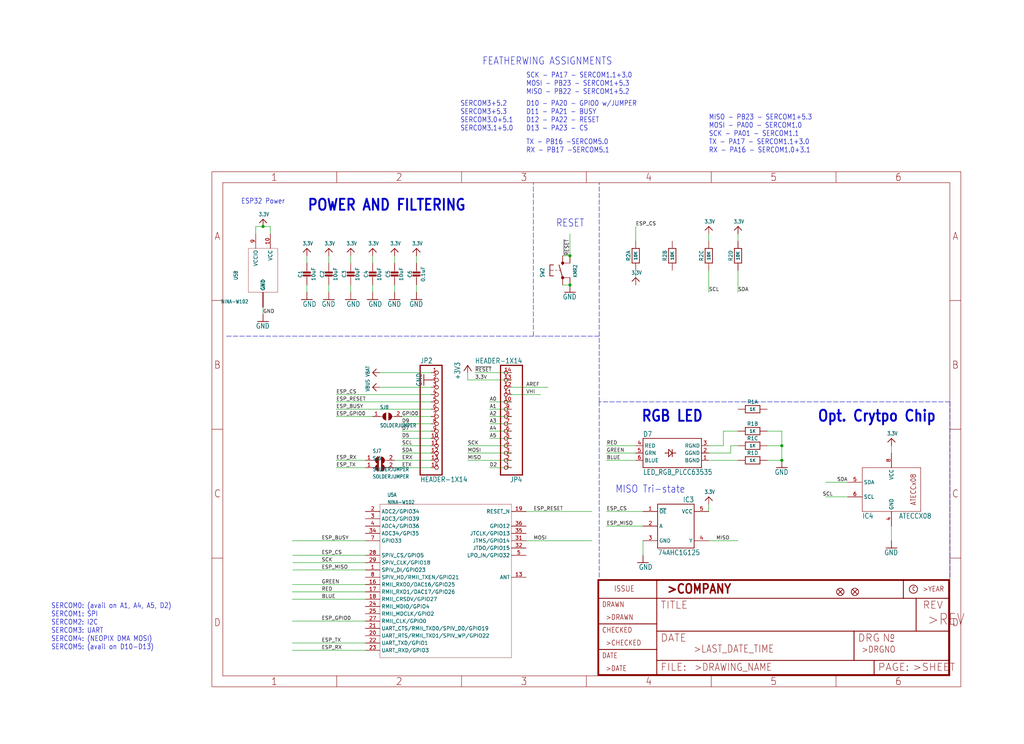
<source format=kicad_sch>
(kicad_sch (version 20211123) (generator eeschema)
  (paper "User" 355.956 258.648)
  (lib_symbols
    (symbol "eagleSchem-eagle-import:+3V3" (power)
      (property "Value" "+3V3" (at -2.54 -5.08 90))
      (symbol "+3V3_1_0"
        (polyline (pts (xy 0 0) (xy -1.27 -1.905)) (stroke (width 0.254)))
        (polyline (pts (xy 1.27 -1.905) (xy 0 0)) (stroke (width 0.254)))
        (pin power_in line (at 0 -2.54 90) (length 2.54) (name "+3V3") (number "1"))
      )
    )
    (symbol "eagleSchem-eagle-import:3.3V" (power)
      (property "Value" "3.3V" (at -1.524 1.016 0))
      (symbol "3.3V_1_0"
        (polyline (pts (xy -1.27 -1.27) (xy 0 0)) (stroke (width 0.254)))
        (polyline (pts (xy 0 0) (xy 1.27 -1.27)) (stroke (width 0.254)))
        (pin power_in line (at 0 -2.54 90) (length 2.54) (name "3.3V") (number "1"))
      )
    )
    (symbol "eagleSchem-eagle-import:74AHC1G125"
      (property "Reference" "IC" (at 7.62 10.16 0))
      (property "Value" "74AHC1G125" (at -5.08 -10.16 0))
      (symbol "74AHC1G125_1_0"
        (polyline (pts (xy -5.08 -7.62) (xy -5.08 7.62)) (stroke (width 0.254)))
        (polyline (pts (xy -5.08 7.62) (xy 7.62 7.62)) (stroke (width 0.254)))
        (polyline (pts (xy 7.62 -7.62) (xy -5.08 -7.62)) (stroke (width 0.254)))
        (polyline (pts (xy 7.62 7.62) (xy 7.62 -7.62)) (stroke (width 0.254)))
        (pin input line (at -10.16 5.08 0) (length 5.08) (name "~{OE}") (number "1"))
        (pin input line (at -10.16 0 0) (length 5.08) (name "A") (number "2"))
        (pin power_in line (at -10.16 -5.08 0) (length 5.08) (name "GND") (number "3"))
        (pin output line (at 12.7 -5.08 180) (length 5.08) (name "Y") (number "4"))
        (pin power_in line (at 12.7 5.08 180) (length 5.08) (name "VCC") (number "5"))
      )
    )
    (symbol "eagleSchem-eagle-import:ATECCX08"
      (property "Reference" "IC" (at -10.16 -10.16 0))
      (property "Value" "ATECCX08" (at 2.54 -10.16 0))
      (symbol "ATECCX08_1_0"
        (polyline (pts (xy -10.16 -7.62) (xy -10.16 7.62)) (stroke (width 0.1524)))
        (polyline (pts (xy -10.16 7.62) (xy 10.16 7.62)) (stroke (width 0.1524)))
        (polyline (pts (xy 10.16 -7.62) (xy -10.16 -7.62)) (stroke (width 0.1524)))
        (polyline (pts (xy 10.16 7.62) (xy 10.16 -7.62)) (stroke (width 0.1524)))
        (text "ATECCx08" (at 7.62 0 900) (effects (font (size 1.778 1.5113))))
        (pin power_in line (at 0 -12.7 90) (length 5.08) (name "GND") (number "4"))
        (pin bidirectional line (at -15.24 2.54 0) (length 5.08) (name "SDA") (number "5"))
        (pin bidirectional line (at -15.24 -2.54 0) (length 5.08) (name "SCL") (number "6"))
        (pin power_in line (at 0 12.7 270) (length 5.08) (name "VCC") (number "8"))
      )
    )
    (symbol "eagleSchem-eagle-import:CAP_CERAMIC0603_NO"
      (property "Reference" "C" (at -2.29 1.25 90))
      (property "Value" "CAP_CERAMIC0603_NO" (at 2.3 1.25 90))
      (symbol "CAP_CERAMIC0603_NO_1_0"
        (rectangle (start -1.27 0.508) (end 1.27 1.016) (fill (type outline)))
        (rectangle (start -1.27 1.524) (end 1.27 2.032) (fill (type outline)))
        (polyline (pts (xy 0 0.762) (xy 0 0)) (stroke (width 0.1524)))
        (polyline (pts (xy 0 2.54) (xy 0 1.778)) (stroke (width 0.1524)))
        (pin passive line (at 0 5.08 270) (length 2.54) (name "1") (number "1"))
        (pin passive line (at 0 -2.54 90) (length 2.54) (name "2") (number "2"))
      )
    )
    (symbol "eagleSchem-eagle-import:CAP_CERAMIC0805-NOOUTLINE"
      (property "Reference" "C" (at -2.29 1.25 90))
      (property "Value" "CAP_CERAMIC0805-NOOUTLINE" (at 2.3 1.25 90))
      (symbol "CAP_CERAMIC0805-NOOUTLINE_1_0"
        (rectangle (start -1.27 0.508) (end 1.27 1.016) (fill (type outline)))
        (rectangle (start -1.27 1.524) (end 1.27 2.032) (fill (type outline)))
        (polyline (pts (xy 0 0.762) (xy 0 0)) (stroke (width 0.1524)))
        (polyline (pts (xy 0 2.54) (xy 0 1.778)) (stroke (width 0.1524)))
        (pin passive line (at 0 5.08 270) (length 2.54) (name "1") (number "1"))
        (pin passive line (at 0 -2.54 90) (length 2.54) (name "2") (number "2"))
      )
    )
    (symbol "eagleSchem-eagle-import:FIDUCIAL_1MM"
      (symbol "FIDUCIAL_1MM_1_0"
        (polyline (pts (xy -0.762 0.762) (xy 0.762 -0.762)) (stroke (width 0.254)))
        (polyline (pts (xy 0.762 0.762) (xy -0.762 -0.762)) (stroke (width 0.254)))
        (circle (center 0 0) (radius 1.27) (stroke (width 0.254)))
      )
    )
    (symbol "eagleSchem-eagle-import:FRAME_A4"
      (symbol "FRAME_A4_1_0"
        (polyline (pts (xy 0 44.7675) (xy 3.81 44.7675)))
        (polyline (pts (xy 0 89.535) (xy 3.81 89.535)))
        (polyline (pts (xy 0 134.3025) (xy 3.81 134.3025)))
        (polyline (pts (xy 3.81 3.81) (xy 3.81 175.26)))
        (polyline (pts (xy 43.3917 0) (xy 43.3917 3.81)))
        (polyline (pts (xy 43.3917 175.26) (xy 43.3917 179.07)))
        (polyline (pts (xy 86.7833 0) (xy 86.7833 3.81)))
        (polyline (pts (xy 86.7833 175.26) (xy 86.7833 179.07)))
        (polyline (pts (xy 130.175 0) (xy 130.175 3.81)))
        (polyline (pts (xy 130.175 175.26) (xy 130.175 179.07)))
        (polyline (pts (xy 173.5667 0) (xy 173.5667 3.81)))
        (polyline (pts (xy 173.5667 175.26) (xy 173.5667 179.07)))
        (polyline (pts (xy 216.9583 0) (xy 216.9583 3.81)))
        (polyline (pts (xy 216.9583 175.26) (xy 216.9583 179.07)))
        (polyline (pts (xy 256.54 3.81) (xy 3.81 3.81)))
        (polyline (pts (xy 256.54 3.81) (xy 256.54 8.89)) (stroke (width 0.1016)))
        (polyline (pts (xy 256.54 3.81) (xy 256.54 175.26)))
        (polyline (pts (xy 256.54 8.89) (xy 256.54 13.97)) (stroke (width 0.1016)))
        (polyline (pts (xy 256.54 13.97) (xy 256.54 19.05)) (stroke (width 0.1016)))
        (polyline (pts (xy 256.54 19.05) (xy 256.54 36.83)) (stroke (width 0.1016)))
        (polyline (pts (xy 256.54 44.7675) (xy 260.35 44.7675)))
        (polyline (pts (xy 256.54 89.535) (xy 260.35 89.535)))
        (polyline (pts (xy 256.54 134.3025) (xy 260.35 134.3025)))
        (polyline (pts (xy 256.54 175.26) (xy 3.81 175.26)))
        (polyline (pts (xy 0 0) (xy 260.35 0) (xy 260.35 179.07) (xy 0 179.07) (xy 0 0)))
        (text "1" (at 21.6958 1.905 0) (effects (font (size 2.54 2.286))))
        (text "1" (at 21.6958 177.165 0) (effects (font (size 2.54 2.286))))
        (text "2" (at 65.0875 1.905 0) (effects (font (size 2.54 2.286))))
        (text "2" (at 65.0875 177.165 0) (effects (font (size 2.54 2.286))))
        (text "3" (at 108.4792 1.905 0) (effects (font (size 2.54 2.286))))
        (text "3" (at 108.4792 177.165 0) (effects (font (size 2.54 2.286))))
        (text "4" (at 151.8708 1.905 0) (effects (font (size 2.54 2.286))))
        (text "4" (at 151.8708 177.165 0) (effects (font (size 2.54 2.286))))
        (text "5" (at 195.2625 1.905 0) (effects (font (size 2.54 2.286))))
        (text "5" (at 195.2625 177.165 0) (effects (font (size 2.54 2.286))))
        (text "6" (at 238.6542 1.905 0) (effects (font (size 2.54 2.286))))
        (text "6" (at 238.6542 177.165 0) (effects (font (size 2.54 2.286))))
        (text "A" (at 1.905 156.6863 0) (effects (font (size 2.54 2.286))))
        (text "A" (at 258.445 156.6863 0) (effects (font (size 2.54 2.286))))
        (text "B" (at 1.905 111.9188 0) (effects (font (size 2.54 2.286))))
        (text "B" (at 258.445 111.9188 0) (effects (font (size 2.54 2.286))))
        (text "C" (at 1.905 67.1513 0) (effects (font (size 2.54 2.286))))
        (text "C" (at 258.445 67.1513 0) (effects (font (size 2.54 2.286))))
        (text "D" (at 1.905 22.3838 0) (effects (font (size 2.54 2.286))))
        (text "D" (at 258.445 22.3838 0) (effects (font (size 2.54 2.286))))
      )
      (symbol "FRAME_A4_2_0"
        (polyline (pts (xy -0.3048 1.5748) (xy 20.0152 1.5748)) (stroke (width 0.6096)))
        (polyline (pts (xy -0.3048 10.4648) (xy -0.3048 1.5748)) (stroke (width 0.6096)))
        (polyline (pts (xy -0.3048 10.4648) (xy 20.0152 10.4648)) (stroke (width 0.3048)))
        (polyline (pts (xy -0.3048 19.3548) (xy -0.3048 10.4648)) (stroke (width 0.6096)))
        (polyline (pts (xy -0.3048 19.3548) (xy 20.0152 19.3548)) (stroke (width 0.3048)))
        (polyline (pts (xy -0.3048 28.2448) (xy -0.3048 19.3548)) (stroke (width 0.6096)))
        (polyline (pts (xy -0.3048 28.2448) (xy 20.0152 28.2448)) (stroke (width 0.3048)))
        (polyline (pts (xy -0.3048 34.5948) (xy -0.3048 28.2448)) (stroke (width 0.6096)))
        (polyline (pts (xy 20.0152 1.5748) (xy 20.0152 6.6548)) (stroke (width 0.3048)))
        (polyline (pts (xy 20.0152 1.5748) (xy 95.5802 1.5748)) (stroke (width 0.6096)))
        (polyline (pts (xy 20.0152 6.6548) (xy 20.0152 10.4648)) (stroke (width 0.3048)))
        (polyline (pts (xy 20.0152 6.6548) (xy 88.5952 6.6548)) (stroke (width 0.3048)))
        (polyline (pts (xy 20.0152 10.4648) (xy 20.0152 16.8148)) (stroke (width 0.3048)))
        (polyline (pts (xy 20.0152 16.8148) (xy 20.0152 19.3548)) (stroke (width 0.3048)))
        (polyline (pts (xy 20.0152 19.3548) (xy 20.0152 28.2448)) (stroke (width 0.3048)))
        (polyline (pts (xy 20.0152 28.2448) (xy 20.0152 34.5948)) (stroke (width 0.3048)))
        (polyline (pts (xy 20.0152 28.2448) (xy 105.7402 28.2448)) (stroke (width 0.3048)))
        (polyline (pts (xy 20.0152 34.5948) (xy -0.3048 34.5948)) (stroke (width 0.6096)))
        (polyline (pts (xy 88.5952 6.6548) (xy 95.5802 6.6548)) (stroke (width 0.3048)))
        (polyline (pts (xy 88.5952 16.8148) (xy 20.0152 16.8148)) (stroke (width 0.3048)))
        (polyline (pts (xy 88.5952 16.8148) (xy 88.5952 6.6548)) (stroke (width 0.3048)))
        (polyline (pts (xy 95.5802 1.5748) (xy 121.6152 1.5748)) (stroke (width 0.6096)))
        (polyline (pts (xy 95.5802 6.6548) (xy 95.5802 1.5748)) (stroke (width 0.3048)))
        (polyline (pts (xy 95.5802 6.6548) (xy 121.6152 6.6548)) (stroke (width 0.3048)))
        (polyline (pts (xy 101.2952 13.3223) (xy 102.2477 13.3223)) (stroke (width 0.254)))
        (polyline (pts (xy 105.7402 28.2448) (xy 105.7402 34.5948)) (stroke (width 0.3048)))
        (polyline (pts (xy 105.7402 28.2448) (xy 110.1852 28.2448)) (stroke (width 0.3048)))
        (polyline (pts (xy 105.7402 34.5948) (xy 20.0152 34.5948)) (stroke (width 0.6096)))
        (polyline (pts (xy 110.1852 16.8148) (xy 88.5952 16.8148)) (stroke (width 0.3048)))
        (polyline (pts (xy 110.1852 28.2448) (xy 110.1852 16.8148)) (stroke (width 0.3048)))
        (polyline (pts (xy 110.1852 28.2448) (xy 121.6152 28.2448)) (stroke (width 0.3048)))
        (polyline (pts (xy 121.6152 6.6548) (xy 121.6152 1.5748)) (stroke (width 0.6096)))
        (polyline (pts (xy 121.6152 16.8148) (xy 110.1852 16.8148)) (stroke (width 0.3048)))
        (polyline (pts (xy 121.6152 16.8148) (xy 121.6152 6.6548)) (stroke (width 0.6096)))
        (polyline (pts (xy 121.6152 28.2448) (xy 121.6152 16.8148)) (stroke (width 0.6096)))
        (polyline (pts (xy 121.6152 34.5948) (xy 105.7402 34.5948)) (stroke (width 0.6096)))
        (polyline (pts (xy 121.6152 34.5948) (xy 121.6152 28.2448)) (stroke (width 0.6096)))
        (circle (center 109.2327 31.4198) (radius 1.4199) (stroke (width 0.254)))
        (text ">CHECKED" (at 2.2352 11.7348 0) (effects (font (size 1.778 1.5113)) (justify left bottom)))
        (text ">COMPANY" (at 23.349 29.6735 0) (effects (font (size 3.175 2.6987) (thickness 0.5397) bold) (justify left bottom)))
        (text ">DATE" (at 2.2352 2.8448 0) (effects (font (size 1.778 1.5113)) (justify left bottom)))
        (text ">DRAWING_NAME" (at 33.0327 2.8448 0) (effects (font (size 2.54 2.159)) (justify left bottom)))
        (text ">DRAWN" (at 2.2352 20.6248 0) (effects (font (size 1.778 1.5113)) (justify left bottom)))
        (text ">DRGNO" (at 91.1352 9.1948 0) (effects (font (size 2.1844 1.8567)) (justify left bottom)))
        (text ">LAST_DATE_TIME" (at 32.7152 9.1948 0) (effects (font (size 2.54 2.159)) (justify left bottom)))
        (text ">REV" (at 113.9952 18.7198 0) (effects (font (size 3.81 3.2385)) (justify left bottom)))
        (text ">SHEET" (at 108.9152 2.8448 0) (effects (font (size 2.54 2.54)) (justify left bottom)))
        (text ">YEAR" (at 112.4077 30.4673 0) (effects (font (size 1.778 1.5113)) (justify left bottom)))
        (text "C" (at 108.7564 30.7848 0) (effects (font (size 1.27 1.0795)) (justify left bottom)))
        (text "CHECKED" (at 0.9652 16.1798 0) (effects (font (size 1.778 1.5113)) (justify left bottom)))
        (text "DATE" (at 0.9652 7.2898 0) (effects (font (size 1.778 1.5113)) (justify left bottom)))
        (text "DATE" (at 21.2852 13.0048 0) (effects (font (size 2.54 2.54)) (justify left bottom)))
        (text "DRAWN" (at 0.9652 25.0698 0) (effects (font (size 1.778 1.5113)) (justify left bottom)))
        (text "DRG" (at 89.8652 13.0048 0) (effects (font (size 2.54 2.54)) (justify left bottom)))
        (text "FILE:" (at 21.2852 2.8448 0) (effects (font (size 2.54 2.54)) (justify left bottom)))
        (text "ISSUE" (at 5.0927 30.4673 0) (effects (font (size 1.9304 1.6408)) (justify left bottom)))
        (text "N" (at 98.4377 13.0048 0) (effects (font (size 2.54 2.54)) (justify left bottom)))
        (text "o" (at 100.9777 13.9573 0) (effects (font (size 2.1844 1.8567)) (justify left bottom)))
        (text "PAGE:" (at 96.8502 2.8448 0) (effects (font (size 2.54 2.54)) (justify left bottom)))
        (text "REV" (at 112.4077 24.4348 0) (effects (font (size 2.54 2.54)) (justify left bottom)))
        (text "TITLE" (at 21.2852 24.4348 0) (effects (font (size 2.54 2.54)) (justify left bottom)))
      )
    )
    (symbol "eagleSchem-eagle-import:GND" (power)
      (property "Value" "GND" (at -2.54 -2.54 0))
      (symbol "GND_1_0"
        (polyline (pts (xy -1.905 0) (xy 1.905 0)) (stroke (width 0.254)))
        (pin power_in line (at 0 2.54 270) (length 2.54) (name "GND") (number "1"))
      )
    )
    (symbol "eagleSchem-eagle-import:HEADER-1X14"
      (property "Reference" "JP" (at -6.35 20.955 0))
      (property "Value" "HEADER-1X14" (at -6.35 -20.32 0))
      (symbol "HEADER-1X14_1_0"
        (polyline (pts (xy -6.35 -17.78) (xy 1.27 -17.78)) (stroke (width 0.4064)))
        (polyline (pts (xy -6.35 20.32) (xy -6.35 -17.78)) (stroke (width 0.4064)))
        (polyline (pts (xy 1.27 -17.78) (xy 1.27 20.32)) (stroke (width 0.4064)))
        (polyline (pts (xy 1.27 20.32) (xy -6.35 20.32)) (stroke (width 0.4064)))
        (pin passive inverted (at -2.54 17.78 0) (length 2.54) (name "1") (number "1"))
        (pin passive inverted (at -2.54 -5.08 0) (length 2.54) (name "10") (number "10"))
        (pin passive inverted (at -2.54 -7.62 0) (length 2.54) (name "11") (number "11"))
        (pin passive inverted (at -2.54 -10.16 0) (length 2.54) (name "12") (number "12"))
        (pin passive inverted (at -2.54 -12.7 0) (length 2.54) (name "13") (number "13"))
        (pin passive inverted (at -2.54 -15.24 0) (length 2.54) (name "14") (number "14"))
        (pin passive inverted (at -2.54 15.24 0) (length 2.54) (name "2") (number "2"))
        (pin passive inverted (at -2.54 12.7 0) (length 2.54) (name "3") (number "3"))
        (pin passive inverted (at -2.54 10.16 0) (length 2.54) (name "4") (number "4"))
        (pin passive inverted (at -2.54 7.62 0) (length 2.54) (name "5") (number "5"))
        (pin passive inverted (at -2.54 5.08 0) (length 2.54) (name "6") (number "6"))
        (pin passive inverted (at -2.54 2.54 0) (length 2.54) (name "7") (number "7"))
        (pin passive inverted (at -2.54 0 0) (length 2.54) (name "8") (number "8"))
        (pin passive inverted (at -2.54 -2.54 0) (length 2.54) (name "9") (number "9"))
      )
    )
    (symbol "eagleSchem-eagle-import:LED_RGB_PLCC63535"
      (property "Reference" "D" (at -10.16 5.588 0))
      (property "Value" "LED_RGB_PLCC63535" (at -10.16 -7.62 0))
      (symbol "LED_RGB_PLCC63535_1_0"
        (polyline (pts (xy -10.16 -5.08) (xy -10.16 5.08)) (stroke (width 0.254)))
        (polyline (pts (xy -10.16 5.08) (xy 10.16 5.08)) (stroke (width 0.254)))
        (polyline (pts (xy -1.27 -1.27) (xy 0 0)) (stroke (width 0.254)))
        (polyline (pts (xy -1.27 0) (xy -2.54 0)) (stroke (width 0.254)))
        (polyline (pts (xy -1.27 0) (xy -1.27 -1.27)) (stroke (width 0.254)))
        (polyline (pts (xy -1.27 1.27) (xy -1.27 0)) (stroke (width 0.254)))
        (polyline (pts (xy 0 0) (xy -1.27 1.27)) (stroke (width 0.254)))
        (polyline (pts (xy 0 0) (xy 0 -1.27)) (stroke (width 0.254)))
        (polyline (pts (xy 0 0) (xy 1.27 0)) (stroke (width 0.254)))
        (polyline (pts (xy 0 1.27) (xy 0 0)) (stroke (width 0.254)))
        (polyline (pts (xy 10.16 -5.08) (xy -10.16 -5.08)) (stroke (width 0.254)))
        (polyline (pts (xy 10.16 5.08) (xy 10.16 -5.08)) (stroke (width 0.254)))
        (pin power_in line (at 12.7 -2.54 180) (length 2.54) (name "BGND") (number "1"))
        (pin power_in line (at 12.7 0 180) (length 2.54) (name "GGND") (number "2"))
        (pin power_in line (at 12.7 2.54 180) (length 2.54) (name "RGND") (number "3"))
        (pin bidirectional line (at -12.7 2.54 0) (length 2.54) (name "RED") (number "4"))
        (pin bidirectional line (at -12.7 0 0) (length 2.54) (name "GRN") (number "5"))
        (pin bidirectional line (at -12.7 -2.54 0) (length 2.54) (name "BLUE") (number "6"))
      )
    )
    (symbol "eagleSchem-eagle-import:NINA-W10XNINA-W10X"
      (property "Reference" "U" (at 2.54 -10.16 0))
      (property "Value" "NINA-W10XNINA-W10X" (at 2.54 -12.7 0))
      (symbol "NINA-W10XNINA-W10X_1_0"
        (polyline (pts (xy -22.86 -27.94) (xy 22.86 -27.94)) (stroke (width 0.1)))
        (polyline (pts (xy -22.86 25.4) (xy -22.86 -27.94)) (stroke (width 0.1)))
        (polyline (pts (xy 22.86 -27.94) (xy 22.86 25.4)) (stroke (width 0.1)))
        (polyline (pts (xy 22.86 25.4) (xy -22.86 25.4)) (stroke (width 0.1)))
        (pin bidirectional line (at -27.94 2.54 0) (length 5.08) (name "SPIV_DI/GPIO23") (number "1"))
        (pin bidirectional line (at 27.94 0 180) (length 5.08) (name "ANT") (number "13"))
        (pin bidirectional line (at -27.94 -2.54 0) (length 5.08) (name "RMII_RXD0/DAC16/GPIO25") (number "16"))
        (pin bidirectional line (at -27.94 -5.08 0) (length 5.08) (name "RMII_RXD1/DAC17/GPIO26") (number "17"))
        (pin bidirectional line (at -27.94 -7.62 0) (length 5.08) (name "RMII_CRSDV/GPIO27") (number "18"))
        (pin bidirectional line (at 27.94 22.86 180) (length 5.08) (name "RESET_N") (number "19"))
        (pin bidirectional line (at -27.94 22.86 0) (length 5.08) (name "ADC2/GPIO34") (number "2"))
        (pin bidirectional line (at -27.94 -20.32 0) (length 5.08) (name "UART_RTS/RMII_TXD1/SPIV_WP/GPIO22") (number "20"))
        (pin bidirectional line (at -27.94 -17.78 0) (length 5.08) (name "UART_CTS/RMII_TXD0/SPIV_D0/GPIO19") (number "21"))
        (pin bidirectional line (at -27.94 -22.86 0) (length 5.08) (name "UART_TXD/GPIO1") (number "22"))
        (pin bidirectional line (at -27.94 -25.4 0) (length 5.08) (name "UART_RXD/GPIO3") (number "23"))
        (pin bidirectional line (at -27.94 -10.16 0) (length 5.08) (name "RMII_MDIO/GPIO4") (number "24"))
        (pin bidirectional line (at -27.94 -12.7 0) (length 5.08) (name "RMII_MDCLK/GPIO2") (number "25"))
        (pin bidirectional line (at -27.94 -15.24 0) (length 5.08) (name "RMII_CLK/GPIO0") (number "27"))
        (pin bidirectional line (at -27.94 7.62 0) (length 5.08) (name "SPIV_CS/GPIO5") (number "28"))
        (pin bidirectional line (at -27.94 5.08 0) (length 5.08) (name "SPIV_CLK/GPIO18") (number "29"))
        (pin bidirectional line (at -27.94 20.32 0) (length 5.08) (name "ADC3/GPIO39") (number "3"))
        (pin bidirectional line (at 27.94 12.7 180) (length 5.08) (name "JTMS/GPIO14") (number "31"))
        (pin bidirectional line (at 27.94 10.16 180) (length 5.08) (name "JTDO/GPIO15") (number "32"))
        (pin bidirectional line (at -27.94 15.24 0) (length 5.08) (name "ADC34/GPI35") (number "34"))
        (pin bidirectional line (at 27.94 15.24 180) (length 5.08) (name "JTCLK/GPIO13") (number "35"))
        (pin bidirectional line (at 27.94 17.78 180) (length 5.08) (name "GPIO12") (number "36"))
        (pin bidirectional line (at -27.94 17.78 0) (length 5.08) (name "ADC4/GPIO36") (number "4"))
        (pin bidirectional line (at 27.94 7.62 180) (length 5.08) (name "LPO_IN/GPIO32") (number "5"))
        (pin bidirectional line (at -27.94 12.7 0) (length 5.08) (name "GPIO33") (number "7"))
        (pin bidirectional line (at -27.94 0 0) (length 5.08) (name "SPIV_HD/RMII_TXEN/GPIO21") (number "8"))
      )
      (symbol "NINA-W10XNINA-W10X_2_0"
        (polyline (pts (xy -5.08 -7.62) (xy 5.08 -7.62)) (stroke (width 0.1)))
        (polyline (pts (xy -5.08 7.62) (xy -5.08 -7.62)) (stroke (width 0.1)))
        (polyline (pts (xy 5.08 -7.62) (xy 5.08 7.62)) (stroke (width 0.1)))
        (polyline (pts (xy 5.08 7.62) (xy -5.08 7.62)) (stroke (width 0.1)))
        (pin bidirectional line (at 2.54 12.7 270) (length 5.08) (name "VCC") (number "10"))
        (pin bidirectional line (at 0 -12.7 90) (length 5.08) (name "GND") (number "12"))
        (pin bidirectional line (at 0 -12.7 90) (length 5.08) (name "GND") (number "14"))
        (pin bidirectional line (at 0 -12.7 90) (length 5.08) (name "GND") (number "26"))
        (pin bidirectional line (at 0 -12.7 90) (length 5.08) (name "GND") (number "30"))
        (pin bidirectional line (at 0 -12.7 90) (length 5.08) (name "GND") (number "6"))
        (pin bidirectional line (at -2.54 12.7 270) (length 5.08) (name "VCCIO") (number "9"))
        (pin bidirectional line (at 0 -12.7 90) (length 5.08) (name "GND") (number "GND@1"))
        (pin bidirectional line (at 0 -12.7 90) (length 5.08) (name "GND") (number "GND@10"))
        (pin bidirectional line (at 0 -12.7 90) (length 5.08) (name "GND") (number "GND@11"))
        (pin bidirectional line (at 0 -12.7 90) (length 5.08) (name "GND") (number "GND@12"))
        (pin bidirectional line (at 0 -12.7 90) (length 5.08) (name "GND") (number "GND@2"))
        (pin bidirectional line (at 0 -12.7 90) (length 5.08) (name "GND") (number "GND@3"))
        (pin bidirectional line (at 0 -12.7 90) (length 5.08) (name "GND") (number "GND@4"))
        (pin bidirectional line (at 0 -12.7 90) (length 5.08) (name "GND") (number "GND@5"))
        (pin bidirectional line (at 0 -12.7 90) (length 5.08) (name "GND") (number "GND@6"))
        (pin bidirectional line (at 0 -12.7 90) (length 5.08) (name "GND") (number "GND@7"))
        (pin bidirectional line (at 0 -12.7 90) (length 5.08) (name "GND") (number "GND@8"))
        (pin bidirectional line (at 0 -12.7 90) (length 5.08) (name "GND") (number "GND@9"))
      )
    )
    (symbol "eagleSchem-eagle-import:RESISTOR_4PACK_NO"
      (property "Reference" "R" (at 0 2.54 0))
      (property "Value" "RESISTOR_4PACK_NO" (at 0 0 0))
      (symbol "RESISTOR_4PACK_NO_1_0"
        (polyline (pts (xy -2.54 -1.27) (xy -2.54 1.27)) (stroke (width 0.254)))
        (polyline (pts (xy -2.54 1.27) (xy 2.54 1.27)) (stroke (width 0.254)))
        (polyline (pts (xy 2.54 -1.27) (xy -2.54 -1.27)) (stroke (width 0.254)))
        (polyline (pts (xy 2.54 1.27) (xy 2.54 -1.27)) (stroke (width 0.254)))
        (pin passive line (at -5.08 0 0) (length 2.54) (name "1") (number "1"))
        (pin passive line (at 5.08 0 180) (length 2.54) (name "2") (number "8"))
      )
      (symbol "RESISTOR_4PACK_NO_2_0"
        (polyline (pts (xy -2.54 -1.27) (xy -2.54 1.27)) (stroke (width 0.254)))
        (polyline (pts (xy -2.54 1.27) (xy 2.54 1.27)) (stroke (width 0.254)))
        (polyline (pts (xy 2.54 -1.27) (xy -2.54 -1.27)) (stroke (width 0.254)))
        (polyline (pts (xy 2.54 1.27) (xy 2.54 -1.27)) (stroke (width 0.254)))
        (pin passive line (at -5.08 0 0) (length 2.54) (name "1") (number "2"))
        (pin passive line (at 5.08 0 180) (length 2.54) (name "2") (number "7"))
      )
      (symbol "RESISTOR_4PACK_NO_3_0"
        (polyline (pts (xy -2.54 -1.27) (xy -2.54 1.27)) (stroke (width 0.254)))
        (polyline (pts (xy -2.54 1.27) (xy 2.54 1.27)) (stroke (width 0.254)))
        (polyline (pts (xy 2.54 -1.27) (xy -2.54 -1.27)) (stroke (width 0.254)))
        (polyline (pts (xy 2.54 1.27) (xy 2.54 -1.27)) (stroke (width 0.254)))
        (pin passive line (at -5.08 0 0) (length 2.54) (name "1") (number "3"))
        (pin passive line (at 5.08 0 180) (length 2.54) (name "2") (number "6"))
      )
      (symbol "RESISTOR_4PACK_NO_4_0"
        (polyline (pts (xy -2.54 -1.27) (xy -2.54 1.27)) (stroke (width 0.254)))
        (polyline (pts (xy -2.54 1.27) (xy 2.54 1.27)) (stroke (width 0.254)))
        (polyline (pts (xy 2.54 -1.27) (xy -2.54 -1.27)) (stroke (width 0.254)))
        (polyline (pts (xy 2.54 1.27) (xy 2.54 -1.27)) (stroke (width 0.254)))
        (pin passive line (at -5.08 0 0) (length 2.54) (name "1") (number "4"))
        (pin passive line (at 5.08 0 180) (length 2.54) (name "2") (number "5"))
      )
    )
    (symbol "eagleSchem-eagle-import:SOLDERJUMPER"
      (property "Reference" "SJ" (at -2.54 2.54 0))
      (property "Value" "SOLDERJUMPER" (at -2.54 -3.81 0))
      (symbol "SOLDERJUMPER_1_0"
        (arc (start -0.381 1.2699) (mid -1.6508 0) (end -0.381 -1.2699) (stroke (width 0.0001)) (fill (type outline)))
        (polyline (pts (xy -2.54 0) (xy -1.651 0)) (stroke (width 0.1524)))
        (polyline (pts (xy 2.54 0) (xy 1.651 0)) (stroke (width 0.1524)))
        (arc (start 0.381 -1.2699) (mid 1.6508 0) (end 0.381 1.2699) (stroke (width 0.0001)) (fill (type outline)))
        (pin passive line (at -5.08 0 0) (length 2.54) (name "1") (number "1"))
        (pin passive line (at 5.08 0 180) (length 2.54) (name "2") (number "2"))
      )
    )
    (symbol "eagleSchem-eagle-import:SWITCH_TACT_SMT4.6X2.8"
      (property "Reference" "SW" (at -2.54 6.35 0))
      (property "Value" "SWITCH_TACT_SMT4.6X2.8" (at -2.54 -5.08 0))
      (symbol "SWITCH_TACT_SMT4.6X2.8_1_0"
        (circle (center -2.54 0) (radius 0.127) (stroke (width 0.4064)))
        (polyline (pts (xy -2.54 -2.54) (xy -2.54 0)) (stroke (width 0.1524)))
        (polyline (pts (xy -2.54 0) (xy 1.905 1.27)) (stroke (width 0.254)))
        (polyline (pts (xy -1.905 4.445) (xy -1.905 3.175)) (stroke (width 0.254)))
        (polyline (pts (xy 0 1.27) (xy 0 0.635)) (stroke (width 0.1524)))
        (polyline (pts (xy 0 2.54) (xy 0 1.905)) (stroke (width 0.1524)))
        (polyline (pts (xy 0 4.445) (xy -1.905 4.445)) (stroke (width 0.254)))
        (polyline (pts (xy 0 4.445) (xy 0 3.175)) (stroke (width 0.1524)))
        (polyline (pts (xy 1.905 0) (xy 2.54 0)) (stroke (width 0.254)))
        (polyline (pts (xy 1.905 4.445) (xy 0 4.445)) (stroke (width 0.254)))
        (polyline (pts (xy 1.905 4.445) (xy 1.905 3.175)) (stroke (width 0.254)))
        (polyline (pts (xy 2.54 -2.54) (xy 2.54 0)) (stroke (width 0.1524)))
        (circle (center 2.54 0) (radius 0.127) (stroke (width 0.4064)))
        (pin passive line (at -5.08 0 0) (length 2.54) (name "P") (number "A"))
        (pin passive line (at -5.08 -2.54 0) (length 2.54) (name "P1") (number "A'"))
        (pin passive line (at 5.08 0 180) (length 2.54) (name "S") (number "B"))
        (pin passive line (at 5.08 -2.54 180) (length 2.54) (name "S1") (number "B'"))
      )
    )
    (symbol "eagleSchem-eagle-import:VBAT" (power)
      (property "Value" "VBAT" (at -1.524 1.016 0))
      (symbol "VBAT_1_0"
        (polyline (pts (xy -1.27 -1.27) (xy 0 0)) (stroke (width 0.254)))
        (polyline (pts (xy 0 0) (xy 1.27 -1.27)) (stroke (width 0.254)))
        (pin power_in line (at 0 -2.54 90) (length 2.54) (name "VBAT") (number "1"))
      )
    )
    (symbol "eagleSchem-eagle-import:VBUS" (power)
      (property "Value" "VBUS" (at -1.524 1.016 0))
      (symbol "VBUS_1_0"
        (polyline (pts (xy -1.27 -1.27) (xy 0 0)) (stroke (width 0.254)))
        (polyline (pts (xy 0 0) (xy 1.27 -1.27)) (stroke (width 0.254)))
        (pin power_in line (at 0 -2.54 90) (length 2.54) (name "VBUS") (number "1"))
      )
    )
  )
  (junction (at 198.12 99.06))
  (junction (at 91.44 78.74))
  (junction (at 271.78 154.94))
  (junction (at 271.78 160.02))
  (junction (at 198.12 88.9))
  (wire (pts (xy 177.8 162.56) (xy 170.18 162.56)))
  (wire (pts (xy 114.3 101.6) (xy 114.3 99.06)))
  (wire (pts (xy 170.18 147.32) (xy 177.8 147.32)))
  (polyline (pts (xy 78.74 116.84) (xy 185.42 116.84)))
  (wire (pts (xy 266.7 149.86) (xy 271.78 149.86)))
  (wire (pts (xy 256.54 81.28) (xy 256.54 83.82)))
  (wire (pts (xy 198.12 81.28) (xy 198.12 88.9)))
  (wire (pts (xy 114.3 88.9) (xy 114.3 91.44)))
  (wire (pts (xy 223.52 187.96) (xy 223.52 193.04)))
  (polyline (pts (xy 208.28 200.66) (xy 208.28 139.7)))
  (wire (pts (xy 309.88 154.94) (xy 309.88 157.48)))
  (wire (pts (xy 251.46 154.94) (xy 251.46 149.86)))
  (wire (pts (xy 149.86 142.24) (xy 116.84 142.24)))
  (wire (pts (xy 177.8 129.54) (xy 165.1 129.54)))
  (wire (pts (xy 127 195.58) (xy 101.7524 195.58)))
  (wire (pts (xy 121.92 88.9) (xy 121.92 91.44)))
  (wire (pts (xy 182.88 177.8) (xy 205.74 177.8)))
  (wire (pts (xy 106.68 99.06) (xy 106.68 101.6)))
  (wire (pts (xy 139.7 149.86) (xy 149.86 149.86)))
  (wire (pts (xy 271.78 160.02) (xy 271.78 154.94)))
  (wire (pts (xy 149.86 147.32) (xy 139.7 147.32)))
  (wire (pts (xy 177.8 149.86) (xy 170.18 149.86)))
  (wire (pts (xy 144.78 88.9) (xy 144.78 91.44)))
  (wire (pts (xy 127 193.04) (xy 101.7524 193.04)))
  (polyline (pts (xy 330.2 139.7) (xy 208.28 139.7)))
  (wire (pts (xy 127 226.06) (xy 101.6 226.06)))
  (wire (pts (xy 246.38 93.98) (xy 246.38 101.6)))
  (wire (pts (xy 88.9 81.28) (xy 88.9 78.74)))
  (polyline (pts (xy 208.28 116.84) (xy 185.42 116.84)))
  (wire (pts (xy 246.38 81.28) (xy 246.38 83.82)))
  (polyline (pts (xy 185.42 116.84) (xy 185.42 63.5)))
  (wire (pts (xy 149.86 134.62) (xy 132.08 134.62)))
  (wire (pts (xy 220.98 93.98) (xy 220.98 99.06)))
  (wire (pts (xy 177.8 137.16) (xy 187.96 137.16)))
  (wire (pts (xy 88.9 78.74) (xy 91.44 78.74)))
  (wire (pts (xy 220.98 83.82) (xy 220.98 78.74)))
  (wire (pts (xy 127 198.12) (xy 101.7524 198.12)))
  (wire (pts (xy 177.8 157.48) (xy 162.56 157.48)))
  (wire (pts (xy 251.46 149.86) (xy 256.54 149.86)))
  (wire (pts (xy 254 154.94) (xy 254 157.48)))
  (wire (pts (xy 127 208.28) (xy 101.6 208.28)))
  (wire (pts (xy 127 160.02) (xy 116.84 160.02)))
  (wire (pts (xy 177.8 154.94) (xy 162.56 154.94)))
  (wire (pts (xy 93.98 81.28) (xy 93.98 78.74)))
  (wire (pts (xy 137.16 162.56) (xy 149.86 162.56)))
  (wire (pts (xy 137.16 101.6) (xy 137.16 99.06)))
  (wire (pts (xy 271.78 149.86) (xy 271.78 154.94)))
  (wire (pts (xy 254 157.48) (xy 246.38 157.48)))
  (wire (pts (xy 127 223.52) (xy 101.6 223.52)))
  (wire (pts (xy 121.92 99.06) (xy 121.92 101.6)))
  (wire (pts (xy 256.54 93.98) (xy 256.54 101.6)))
  (wire (pts (xy 162.56 160.02) (xy 177.8 160.02)))
  (wire (pts (xy 198.12 88.9) (xy 195.58 88.9)))
  (wire (pts (xy 294.64 172.72) (xy 287.02 172.72)))
  (wire (pts (xy 271.78 154.94) (xy 266.7 154.94)))
  (wire (pts (xy 132.08 129.54) (xy 149.86 129.54)))
  (polyline (pts (xy 208.28 139.7) (xy 208.28 116.84)))
  (wire (pts (xy 162.56 132.08) (xy 177.8 132.08)))
  (wire (pts (xy 149.86 152.4) (xy 139.7 152.4)))
  (wire (pts (xy 162.56 129.54) (xy 162.56 132.08)))
  (wire (pts (xy 149.86 154.94) (xy 139.7 154.94)))
  (wire (pts (xy 210.82 160.02) (xy 220.98 160.02)))
  (wire (pts (xy 266.7 160.02) (xy 271.78 160.02)))
  (wire (pts (xy 91.44 78.74) (xy 93.98 78.74)))
  (wire (pts (xy 246.38 187.96) (xy 256.54 187.96)))
  (wire (pts (xy 177.8 139.7) (xy 170.18 139.7)))
  (wire (pts (xy 210.82 157.48) (xy 220.98 157.48)))
  (wire (pts (xy 116.84 162.56) (xy 127 162.56)))
  (wire (pts (xy 116.84 139.7) (xy 149.86 139.7)))
  (wire (pts (xy 144.78 99.06) (xy 144.78 101.6)))
  (wire (pts (xy 127 215.9) (xy 101.6 215.9)))
  (wire (pts (xy 127 187.96) (xy 101.6 187.96)))
  (wire (pts (xy 177.8 134.62) (xy 190.5 134.62)))
  (wire (pts (xy 246.38 175.26) (xy 246.38 177.8)))
  (wire (pts (xy 309.88 187.96) (xy 309.88 182.88)))
  (wire (pts (xy 170.18 142.24) (xy 177.8 142.24)))
  (wire (pts (xy 137.16 88.9) (xy 137.16 91.44)))
  (wire (pts (xy 177.8 144.78) (xy 170.18 144.78)))
  (wire (pts (xy 91.44 106.68) (xy 91.44 109.22)))
  (wire (pts (xy 195.58 99.06) (xy 198.12 99.06)))
  (wire (pts (xy 210.82 182.88) (xy 223.52 182.88)))
  (wire (pts (xy 170.18 152.4) (xy 177.8 152.4)))
  (wire (pts (xy 294.64 167.64) (xy 287.02 167.64)))
  (wire (pts (xy 256.54 154.94) (xy 254 154.94)))
  (wire (pts (xy 129.54 101.6) (xy 129.54 99.06)))
  (wire (pts (xy 210.82 154.94) (xy 220.98 154.94)))
  (wire (pts (xy 106.68 88.9) (xy 106.68 91.44)))
  (wire (pts (xy 116.84 144.78) (xy 129.54 144.78)))
  (wire (pts (xy 182.88 187.96) (xy 205.74 187.96)))
  (wire (pts (xy 149.86 137.16) (xy 116.84 137.16)))
  (wire (pts (xy 127 203.2) (xy 101.6 203.2)))
  (polyline (pts (xy 208.28 116.84) (xy 208.28 63.5)))
  (wire (pts (xy 210.82 177.8) (xy 223.52 177.8)))
  (wire (pts (xy 139.7 144.78) (xy 149.86 144.78)))
  (wire (pts (xy 139.7 157.48) (xy 149.86 157.48)))
  (wire (pts (xy 246.38 154.94) (xy 251.46 154.94)))
  (wire (pts (xy 149.86 160.02) (xy 137.16 160.02)))
  (polyline (pts (xy 330.2 200.66) (xy 330.2 139.7)))
  (wire (pts (xy 127 205.74) (xy 101.6 205.74)))
  (wire (pts (xy 256.54 160.02) (xy 246.38 160.02)))
  (wire (pts (xy 129.54 88.9) (xy 129.54 91.44)))
  (text "RGB LED" (at 233.68 144.78 180) (effects (font (size 3.81 3.2385) (thickness 0.6477) bold)))
  (text "SERCOM0: (avail on A1, A4, A5, D2)\nSERCOM1: SPI\nSERCOM2: I2C\nSERCOM3: UART\nSERCOM4: (NEOPIX DMA MOSI)\nSERCOM5: (avail on D10-D13)" (at 17.78 226.06 180) (effects (font (size 1.778 1.5113)) (justify left bottom)))
  (text "TX - PB16 -SERCOM5.0\nRX - PB17 -SERCOM5.1" (at 182.88 53.34 180) (effects (font (size 1.778 1.5113)) (justify left bottom)))
  (text "ESP32 Power" (at 83.82 71.12 180) (effects (font (size 1.778 1.5113)) (justify left bottom)))
  (text "MISO Tri-state" (at 226.06 170.18 180) (effects (font (size 2.54 2.159))))
  (text "SCK - PA17 - SERCOM1.1+3.0\nMOSI - PB23 - SERCOM1+5.3\nMISO - PB22 - SERCOM1+5.2" (at 182.88 33.02 180) (effects (font (size 1.778 1.5113)) (justify left bottom)))
  (text "SERCOM3+5.2\nSERCOM3+5.3\nSERCOM3.0+5.1\nSERCOM3.1+5.0" (at 160.02 45.72 180) (effects (font (size 1.778 1.5113)) (justify left bottom)))
  (text "MISO - PB23 - SERCOM1+5.3\nMOSI - PA00 - SERCOM1.0\nSCK - PA01 - SERCOM1.1\nTX - PA17 - SERCOM1.1+3.0\nRX - PA16 - SERCOM1.0+3.1" (at 246.38 53.34 180) (effects (font (size 1.778 1.5113)) (justify left bottom)))
  (text "D10 - PA20 - GPIO0 w/JUMPER\nD11 - PA21 - BUSY\nD12 - PA22 - RESET\nD13 - PA23 - CS" (at 182.88 45.72 180) (effects (font (size 1.778 1.5113)) (justify left bottom)))
  (text "RESET" (at 203.2 76.2 180) (effects (font (size 2.54 2.159)) (justify right top)))
  (text "Opt. Crytpo Chip" (at 304.8 144.78 180) (effects (font (size 3.81 3.2385) (thickness 0.6477) bold)))
  (text "POWER AND FILTERING" (at 106.68 73.66 180) (effects (font (size 3.81 3.2385) (thickness 0.6477) bold) (justify left bottom)))
  (text "FEATHERWING ASSIGNMENTS" (at 167.64 22.86 180) (effects (font (size 2.54 2.159)) (justify left bottom)))
  (label "ESP_BUSY" (at 111.76 187.96 0) (effects (font (size 1.2446 1.2446))))
  (label "SCK" (at 111.76 195.58 0) (effects (font (size 1.2446 1.2446))))
  (label "ETX" (at 139.7 162.56 0) (effects (font (size 1.2446 1.2446))))
  (label "SCL" (at 246.38 101.6 0) (effects (font (size 1.2446 1.2446))))
  (label "RED" (at 210.82 154.94 0) (effects (font (size 1.2446 1.2446))))
  (label "~{RESET}" (at 165.1 129.54 0) (effects (font (size 1.2446 1.2446))))
  (label "A4" (at 170.18 149.86 0) (effects (font (size 1.2446 1.2446))))
  (label "ESP_CS" (at 220.98 78.74 0) (effects (font (size 1.2446 1.2446))))
  (label "ESP_CS" (at 111.76 193.04 0) (effects (font (size 1.2446 1.2446))))
  (label "MOSI" (at 185.42 187.96 0) (effects (font (size 1.2446 1.2446))))
  (label "D5" (at 139.7 152.4 0) (effects (font (size 1.2446 1.2446))))
  (label "MOSI" (at 162.56 157.48 0) (effects (font (size 1.2446 1.2446))))
  (label "ESP_RX" (at 111.76 226.06 0) (effects (font (size 1.2446 1.2446))))
  (label "A3" (at 170.18 147.32 0) (effects (font (size 1.2446 1.2446))))
  (label "GND" (at 91.44 109.22 0) (effects (font (size 1.2446 1.2446))))
  (label "D7" (at 139.7 149.86 0) (effects (font (size 1.2446 1.2446))))
  (label "ESP_MISO" (at 111.76 198.12 0) (effects (font (size 1.2446 1.2446))))
  (label "BLUE" (at 111.76 208.28 0) (effects (font (size 1.2446 1.2446))))
  (label "ESP_TX" (at 111.76 223.52 0) (effects (font (size 1.2446 1.2446))))
  (label "ESP_RX" (at 116.84 160.02 0) (effects (font (size 1.2446 1.2446))))
  (label "3.3V" (at 165.1 132.08 0) (effects (font (size 1.2446 1.2446))))
  (label "A0" (at 170.18 139.7 0) (effects (font (size 1.2446 1.2446))))
  (label "ESP_TX" (at 116.84 162.56 0) (effects (font (size 1.2446 1.2446))))
  (label "ERX" (at 139.7 160.02 0) (effects (font (size 1.2446 1.2446))))
  (label "D2" (at 170.18 162.56 0) (effects (font (size 1.2446 1.2446))))
  (label "ESP_RESET" (at 116.84 139.7 0) (effects (font (size 1.2446 1.2446))))
  (label "ESP_RESET" (at 185.42 177.8 0) (effects (font (size 1.2446 1.2446))))
  (label "~{RESET}" (at 198.12 88.9 90) (effects (font (size 1.2446 1.2446))))
  (label "ESP_MISO" (at 210.82 182.88 0) (effects (font (size 1.2446 1.2446))))
  (label "ESP_GPIO0" (at 116.84 144.78 0) (effects (font (size 1.2446 1.2446))))
  (label "BLUE" (at 210.82 160.02 0) (effects (font (size 1.2446 1.2446))))
  (label "GPIO0" (at 139.7 144.78 0) (effects (font (size 1.2446 1.2446))))
  (label "ESP_GPIO0" (at 111.76 215.9 0) (effects (font (size 1.2446 1.2446))))
  (label "VHI" (at 182.88 137.16 0) (effects (font (size 1.2446 1.2446))))
  (label "AREF" (at 182.88 134.62 0) (effects (font (size 1.2446 1.2446))))
  (label "MISO" (at 248.92 187.96 0) (effects (font (size 1.2446 1.2446))))
  (label "A2" (at 170.18 144.78 0) (effects (font (size 1.2446 1.2446))))
  (label "ESP_BUSY" (at 116.84 142.24 0) (effects (font (size 1.2446 1.2446))))
  (label "SCK" (at 162.56 154.94 0) (effects (font (size 1.2446 1.2446))))
  (label "SDA" (at 294.64 167.64 180) (effects (font (size 1.2446 1.2446))))
  (label "SDA" (at 139.7 157.48 0) (effects (font (size 1.2446 1.2446))))
  (label "A1" (at 170.18 142.24 0) (effects (font (size 1.2446 1.2446))))
  (label "MISO" (at 162.56 160.02 0) (effects (font (size 1.2446 1.2446))))
  (label "RED" (at 111.76 205.74 0) (effects (font (size 1.2446 1.2446))))
  (label "ESP_CS" (at 210.82 177.8 0) (effects (font (size 1.2446 1.2446))))
  (label "GREEN" (at 210.82 157.48 0) (effects (font (size 1.2446 1.2446))))
  (label "SCL" (at 289.56 172.72 180) (effects (font (size 1.2446 1.2446))))
  (label "A5" (at 170.18 152.4 0) (effects (font (size 1.2446 1.2446))))
  (label "SDA" (at 256.54 101.6 0) (effects (font (size 1.2446 1.2446))))
  (label "D9" (at 139.7 147.32 0) (effects (font (size 1.2446 1.2446))))
  (label "GREEN" (at 111.76 203.2 0) (effects (font (size 1.2446 1.2446))))
  (label "ESP_CS" (at 116.84 137.16 0) (effects (font (size 1.2446 1.2446))))
  (label "SCL" (at 139.7 154.94 0) (effects (font (size 1.2446 1.2446))))
  (symbol (lib_id "eagleSchem-eagle-import:GND") (at 137.16 104.14 0) (unit 1)
    (property "Reference" "#GND11" (effects hide))
    (property "Value" "GND" (at 134.62 106.68 0) (effects (font (size 1.778 1.5113)) (justify left bottom)))
    (property "Footprint" "eagleSchem:" (effects hide))
  )
  (symbol (lib_id "eagleSchem-eagle-import:SOLDERJUMPER") (at 132.08 162.56 0) (unit 1)
    (property "Reference" "SJ6" (at 129.54 160.02 0) (effects (font (size 1.27 1.0795)) (justify left bottom)))
    (property "Value" "SOLDERJUMPER" (at 129.54 166.37 0) (effects (font (size 1.27 1.0795)) (justify left bottom)))
    (property "Footprint" "eagleSchem:SOLDERJUMPER_ARROW_NOPASTE" (effects hide))
  )
  (symbol (lib_id "eagleSchem-eagle-import:GND") (at 114.3 104.14 0) (unit 1)
    (property "Reference" "#GND4" (effects hide))
    (property "Value" "GND" (at 111.76 106.68 0) (effects (font (size 1.778 1.5113)) (justify left bottom)))
    (property "Footprint" "eagleSchem:" (effects hide))
  )
  (symbol (lib_id "eagleSchem-eagle-import:GND") (at 147.32 132.08 270) (unit 1)
    (property "Reference" "#GND2" (effects hide))
    (property "Value" "GND" (at 144.78 129.54 0) (effects (font (size 1.778 1.5113)) (justify left bottom)))
    (property "Footprint" "eagleSchem:" (effects hide))
  )
  (symbol (lib_id "eagleSchem-eagle-import:HEADER-1X14") (at 152.4 147.32 0) (unit 1)
    (property "Reference" "JP2" (at 146.05 126.365 0) (effects (font (size 1.778 1.5113)) (justify left bottom)))
    (property "Value" "HEADER-1X14" (at 146.05 167.64 0) (effects (font (size 1.778 1.5113)) (justify left bottom)))
    (property "Footprint" "eagleSchem:1X14_ROUND70" (effects hide))
  )
  (symbol (lib_id "eagleSchem-eagle-import:GND") (at 106.68 104.14 0) (unit 1)
    (property "Reference" "#U$1" (effects hide))
    (property "Value" "GND" (at 105.156 106.68 0) (effects (font (size 1.778 1.5113)) (justify left bottom)))
    (property "Footprint" "eagleSchem:" (effects hide))
  )
  (symbol (lib_id "eagleSchem-eagle-import:FIDUCIAL_1MM") (at 297.18 205.74 0) (unit 1)
    (property "Reference" "U$34" (effects hide))
    (property "Value" "FIDUCIAL_1MM" (effects hide))
    (property "Footprint" "eagleSchem:FIDUCIAL_1MM" (effects hide))
  )
  (symbol (lib_id "eagleSchem-eagle-import:3.3V") (at 246.38 78.74 0) (unit 1)
    (property "Reference" "#U$5" (effects hide))
    (property "Value" "3.3V" (at 244.856 77.724 0) (effects (font (size 1.27 1.0795)) (justify left bottom)))
    (property "Footprint" "eagleSchem:" (effects hide))
  )
  (symbol (lib_id "eagleSchem-eagle-import:RESISTOR_4PACK_NO") (at 246.38 88.9 90) (unit 3)
    (property "Reference" "R2" (at 243.84 88.9 0))
    (property "Value" "10K" (at 246.38 88.9 0) (effects (font (size 1.016 1.016) bold)))
    (property "Footprint" "eagleSchem:RESPACK_4X0603_NO" (effects hide))
  )
  (symbol (lib_id "eagleSchem-eagle-import:CAP_CERAMIC0805-NOOUTLINE") (at 106.68 96.52 0) (unit 1)
    (property "Reference" "C1" (at 104.39 95.27 90))
    (property "Value" "10uF" (at 108.98 95.27 90))
    (property "Footprint" "eagleSchem:0805-NO" (effects hide))
  )
  (symbol (lib_id "eagleSchem-eagle-import:ATECCX08") (at 309.88 170.18 0) (unit 1)
    (property "Reference" "IC4" (at 299.72 180.34 0) (effects (font (size 1.778 1.5113)) (justify left bottom)))
    (property "Value" "ATECCX08" (at 312.42 180.34 0) (effects (font (size 1.778 1.5113)) (justify left bottom)))
    (property "Footprint" "eagleSchem:SOIC8_150MIL" (effects hide))
  )
  (symbol (lib_id "eagleSchem-eagle-import:3.3V") (at 114.3 86.36 0) (unit 1)
    (property "Reference" "#U$4" (effects hide))
    (property "Value" "3.3V" (at 112.776 85.344 0) (effects (font (size 1.27 1.0795)) (justify left bottom)))
    (property "Footprint" "eagleSchem:" (effects hide))
  )
  (symbol (lib_id "eagleSchem-eagle-import:RESISTOR_4PACK_NO") (at 233.68 88.9 90) (unit 2)
    (property "Reference" "R2" (at 231.14 88.9 0))
    (property "Value" "10K" (at 233.68 88.9 0) (effects (font (size 1.016 1.016) bold)))
    (property "Footprint" "eagleSchem:RESPACK_4X0603_NO" (effects hide))
  )
  (symbol (lib_id "eagleSchem-eagle-import:3.3V") (at 220.98 96.52 0) (unit 1)
    (property "Reference" "#U$8" (effects hide))
    (property "Value" "3.3V" (at 219.456 95.504 0) (effects (font (size 1.27 1.0795)) (justify left bottom)))
    (property "Footprint" "eagleSchem:" (effects hide))
  )
  (symbol (lib_id "eagleSchem-eagle-import:GND") (at 91.44 111.76 0) (unit 1)
    (property "Reference" "#GND3" (effects hide))
    (property "Value" "GND" (at 88.9 114.3 0) (effects (font (size 1.778 1.5113)) (justify left bottom)))
    (property "Footprint" "eagleSchem:" (effects hide))
  )
  (symbol (lib_id "eagleSchem-eagle-import:HEADER-1X14") (at 175.26 144.78 180) (unit 1)
    (property "Reference" "JP4" (at 181.61 165.735 0) (effects (font (size 1.778 1.5113)) (justify left bottom)))
    (property "Value" "HEADER-1X14" (at 181.61 124.46 0) (effects (font (size 1.778 1.5113)) (justify left bottom)))
    (property "Footprint" "eagleSchem:1X14_ROUND70" (effects hide))
  )
  (symbol (lib_id "eagleSchem-eagle-import:FIDUCIAL_1MM") (at 292.1 205.74 0) (unit 1)
    (property "Reference" "U$35" (effects hide))
    (property "Value" "FIDUCIAL_1MM" (effects hide))
    (property "Footprint" "eagleSchem:FIDUCIAL_1MM" (effects hide))
  )
  (symbol (lib_id "eagleSchem-eagle-import:GND") (at 144.78 104.14 0) (unit 1)
    (property "Reference" "#GND16" (effects hide))
    (property "Value" "GND" (at 142.24 106.68 0) (effects (font (size 1.778 1.5113)) (justify left bottom)))
    (property "Footprint" "eagleSchem:" (effects hide))
  )
  (symbol (lib_id "eagleSchem-eagle-import:RESISTOR_4PACK_NO") (at 220.98 88.9 90) (unit 1)
    (property "Reference" "R2" (at 218.44 88.9 0))
    (property "Value" "10K" (at 220.98 88.9 0) (effects (font (size 1.016 1.016) bold)))
    (property "Footprint" "eagleSchem:RESPACK_4X0603_NO" (effects hide))
  )
  (symbol (lib_id "eagleSchem-eagle-import:CAP_CERAMIC0805-NOOUTLINE") (at 114.3 96.52 0) (unit 1)
    (property "Reference" "C2" (at 112.01 95.27 90))
    (property "Value" "10uF" (at 116.6 95.27 90))
    (property "Footprint" "eagleSchem:0805-NO" (effects hide))
  )
  (symbol (lib_id "eagleSchem-eagle-import:3.3V") (at 144.78 86.36 0) (unit 1)
    (property "Reference" "#U$63" (effects hide))
    (property "Value" "3.3V" (at 143.256 85.344 0) (effects (font (size 1.27 1.0795)) (justify left bottom)))
    (property "Footprint" "eagleSchem:" (effects hide))
  )
  (symbol (lib_id "eagleSchem-eagle-import:CAP_CERAMIC0603_NO") (at 144.78 96.52 0) (unit 1)
    (property "Reference" "C6" (at 142.49 95.27 90))
    (property "Value" "0.1uF" (at 147.08 95.27 90))
    (property "Footprint" "eagleSchem:0603-NO" (effects hide))
  )
  (symbol (lib_id "eagleSchem-eagle-import:FRAME_A4") (at 73.66 238.76 0) (unit 1)
    (property "Reference" "#FRAME1" (effects hide))
    (property "Value" "FRAME_A4" (effects hide))
    (property "Footprint" "eagleSchem:" (effects hide))
  )
  (symbol (lib_id "eagleSchem-eagle-import:SWITCH_TACT_SMT4.6X2.8") (at 195.58 93.98 90) (unit 1)
    (property "Reference" "SW2" (at 189.23 96.52 0) (effects (font (size 1.27 1.0795)) (justify left bottom)))
    (property "Value" "KMR2" (at 200.66 96.52 0) (effects (font (size 1.27 1.0795)) (justify left bottom)))
    (property "Footprint" "eagleSchem:BTN_KMR2_4.6X2.8" (effects hide))
  )
  (symbol (lib_id "eagleSchem-eagle-import:RESISTOR_4PACK_NO") (at 261.62 154.94 0) (unit 3)
    (property "Reference" "R1" (at 261.62 152.4 0))
    (property "Value" "1K" (at 261.62 154.94 0) (effects (font (size 1.016 1.016) bold)))
    (property "Footprint" "eagleSchem:RESPACK_4X0603_NO" (effects hide))
  )
  (symbol (lib_id "eagleSchem-eagle-import:VBAT") (at 129.54 129.54 90) (unit 1)
    (property "Reference" "#U$20" (effects hide))
    (property "Value" "VBAT" (at 128.524 131.064 0) (effects (font (size 1.27 1.0795)) (justify left bottom)))
    (property "Footprint" "eagleSchem:" (effects hide))
  )
  (symbol (lib_id "eagleSchem-eagle-import:GND") (at 309.88 190.5 0) (unit 1)
    (property "Reference" "#GND20" (effects hide))
    (property "Value" "GND" (at 307.34 193.04 0) (effects (font (size 1.778 1.5113)) (justify left bottom)))
    (property "Footprint" "eagleSchem:" (effects hide))
  )
  (symbol (lib_id "eagleSchem-eagle-import:GND") (at 198.12 101.6 0) (unit 1)
    (property "Reference" "#GND1" (effects hide))
    (property "Value" "GND" (at 195.58 104.14 0) (effects (font (size 1.778 1.5113)) (justify left bottom)))
    (property "Footprint" "eagleSchem:" (effects hide))
  )
  (symbol (lib_id "eagleSchem-eagle-import:SOLDERJUMPER") (at 134.62 144.78 0) (unit 1)
    (property "Reference" "SJ8" (at 132.08 142.24 0) (effects (font (size 1.27 1.0795)) (justify left bottom)))
    (property "Value" "SOLDERJUMPER" (at 132.08 148.59 0) (effects (font (size 1.27 1.0795)) (justify left bottom)))
    (property "Footprint" "eagleSchem:SOLDERJUMPER_ARROW_NOPASTE" (effects hide))
  )
  (symbol (lib_id "eagleSchem-eagle-import:CAP_CERAMIC0805-NOOUTLINE") (at 129.54 96.52 0) (unit 1)
    (property "Reference" "C4" (at 127.25 95.27 90))
    (property "Value" "10uF" (at 131.84 95.27 90))
    (property "Footprint" "eagleSchem:0805-NO" (effects hide))
  )
  (symbol (lib_id "eagleSchem-eagle-import:+3V3") (at 162.56 127 0) (unit 1)
    (property "Reference" "#+3V1" (effects hide))
    (property "Value" "+3V3" (at 160.02 132.08 90) (effects (font (size 1.778 1.5113)) (justify left bottom)))
    (property "Footprint" "eagleSchem:" (effects hide))
  )
  (symbol (lib_id "eagleSchem-eagle-import:RESISTOR_4PACK_NO") (at 261.62 142.24 0) (unit 1)
    (property "Reference" "R1" (at 261.62 139.7 0))
    (property "Value" "1K" (at 261.62 142.24 0) (effects (font (size 1.016 1.016) bold)))
    (property "Footprint" "eagleSchem:RESPACK_4X0603_NO" (effects hide))
  )
  (symbol (lib_id "eagleSchem-eagle-import:RESISTOR_4PACK_NO") (at 261.62 160.02 0) (unit 4)
    (property "Reference" "R1" (at 261.62 157.48 0))
    (property "Value" "1K" (at 261.62 160.02 0) (effects (font (size 1.016 1.016) bold)))
    (property "Footprint" "eagleSchem:RESPACK_4X0603_NO" (effects hide))
  )
  (symbol (lib_id "eagleSchem-eagle-import:3.3V") (at 121.92 86.36 0) (unit 1)
    (property "Reference" "#U$51" (effects hide))
    (property "Value" "3.3V" (at 120.396 85.344 0) (effects (font (size 1.27 1.0795)) (justify left bottom)))
    (property "Footprint" "eagleSchem:" (effects hide))
  )
  (symbol (lib_id "eagleSchem-eagle-import:NINA-W10XNINA-W10X") (at 91.44 93.98 0) (unit 2)
    (property "Reference" "U5" (at 81.28 93.98 90) (effects (font (size 1.27 1.0795)) (justify right top)))
    (property "Value" "NINA-W102" (at 86.36 104.14 0) (effects (font (size 1.27 1.0795)) (justify right top)))
    (property "Footprint" "eagleSchem:ARDUINO-UCS&SOCS_NINA-W1X" (effects hide))
  )
  (symbol (lib_id "eagleSchem-eagle-import:CAP_CERAMIC0805-NOOUTLINE") (at 121.92 96.52 0) (unit 1)
    (property "Reference" "C3" (at 119.63 95.27 90))
    (property "Value" "10uF" (at 124.22 95.27 90))
    (property "Footprint" "eagleSchem:0805-NO" (effects hide))
  )
  (symbol (lib_id "eagleSchem-eagle-import:NINA-W10XNINA-W10X") (at 154.94 200.66 0) (unit 1)
    (property "Reference" "U5" (at 134.62 172.72 0) (effects (font (size 1.27 1.0795)) (justify left bottom)))
    (property "Value" "NINA-W102" (at 134.62 175.26 0) (effects (font (size 1.27 1.0795)) (justify left bottom)))
    (property "Footprint" "eagleSchem:ARDUINO-UCS&SOCS_NINA-W1X" (effects hide))
  )
  (symbol (lib_id "eagleSchem-eagle-import:3.3V") (at 246.38 172.72 0) (unit 1)
    (property "Reference" "#U$55" (effects hide))
    (property "Value" "3.3V" (at 244.856 171.704 0) (effects (font (size 1.27 1.0795)) (justify left bottom)))
    (property "Footprint" "eagleSchem:" (effects hide))
  )
  (symbol (lib_id "eagleSchem-eagle-import:3.3V") (at 309.88 152.4 0) (unit 1)
    (property "Reference" "#U$59" (effects hide))
    (property "Value" "3.3V" (at 308.356 151.384 0) (effects (font (size 1.27 1.0795)) (justify left bottom)))
    (property "Footprint" "eagleSchem:" (effects hide))
  )
  (symbol (lib_id "eagleSchem-eagle-import:GND") (at 271.78 162.56 0) (unit 1)
    (property "Reference" "#GND17" (effects hide))
    (property "Value" "GND" (at 269.24 165.1 0) (effects (font (size 1.778 1.5113)) (justify left bottom)))
    (property "Footprint" "eagleSchem:" (effects hide))
  )
  (symbol (lib_id "eagleSchem-eagle-import:FRAME_A4") (at 208.28 236.22 0) (unit 2)
    (property "Reference" "#FRAME1" (effects hide))
    (property "Value" "FRAME_A4" (effects hide))
    (property "Footprint" "eagleSchem:" (effects hide))
  )
  (symbol (lib_id "eagleSchem-eagle-import:VBUS") (at 129.54 134.62 90) (unit 1)
    (property "Reference" "#U$19" (effects hide))
    (property "Value" "VBUS" (at 128.524 136.144 0) (effects (font (size 1.27 1.0795)) (justify left bottom)))
    (property "Footprint" "eagleSchem:" (effects hide))
  )
  (symbol (lib_id "eagleSchem-eagle-import:LED_RGB_PLCC63535") (at 233.68 157.48 0) (unit 1)
    (property "Reference" "D7" (at 223.52 151.892 0) (effects (font (size 1.778 1.5113)) (justify left bottom)))
    (property "Value" "LED_RGB_PLCC63535" (at 223.52 165.1 0) (effects (font (size 1.778 1.5113)) (justify left bottom)))
    (property "Footprint" "eagleSchem:RGBLED_3535_PLCC6" (effects hide))
  )
  (symbol (lib_id "eagleSchem-eagle-import:3.3V") (at 137.16 86.36 0) (unit 1)
    (property "Reference" "#U$53" (effects hide))
    (property "Value" "3.3V" (at 135.636 85.344 0) (effects (font (size 1.27 1.0795)) (justify left bottom)))
    (property "Footprint" "eagleSchem:" (effects hide))
  )
  (symbol (lib_id "eagleSchem-eagle-import:GND") (at 223.52 195.58 0) (unit 1)
    (property "Reference" "#U$54" (effects hide))
    (property "Value" "GND" (at 221.996 198.12 0) (effects (font (size 1.778 1.5113)) (justify left bottom)))
    (property "Footprint" "eagleSchem:" (effects hide))
  )
  (symbol (lib_id "eagleSchem-eagle-import:RESISTOR_4PACK_NO") (at 261.62 149.86 0) (unit 2)
    (property "Reference" "R1" (at 261.62 147.32 0))
    (property "Value" "1K" (at 261.62 149.86 0) (effects (font (size 1.016 1.016) bold)))
    (property "Footprint" "eagleSchem:RESPACK_4X0603_NO" (effects hide))
  )
  (symbol (lib_id "eagleSchem-eagle-import:GND") (at 121.92 104.14 0) (unit 1)
    (property "Reference" "#U$47" (effects hide))
    (property "Value" "GND" (at 120.396 106.68 0) (effects (font (size 1.778 1.5113)) (justify left bottom)))
    (property "Footprint" "eagleSchem:" (effects hide))
  )
  (symbol (lib_id "eagleSchem-eagle-import:CAP_CERAMIC0805-NOOUTLINE") (at 137.16 96.52 0) (unit 1)
    (property "Reference" "C5" (at 134.87 95.27 90))
    (property "Value" "10uF" (at 139.46 95.27 90))
    (property "Footprint" "eagleSchem:0805-NO" (effects hide))
  )
  (symbol (lib_id "eagleSchem-eagle-import:RESISTOR_4PACK_NO") (at 256.54 88.9 90) (unit 4)
    (property "Reference" "R2" (at 254 88.9 0))
    (property "Value" "10K" (at 256.54 88.9 0) (effects (font (size 1.016 1.016) bold)))
    (property "Footprint" "eagleSchem:RESPACK_4X0603_NO" (effects hide))
  )
  (symbol (lib_id "eagleSchem-eagle-import:74AHC1G125") (at 233.68 182.88 0) (unit 1)
    (property "Reference" "IC3" (at 241.3 172.72 0) (effects (font (size 1.778 1.5113)) (justify right top)))
    (property "Value" "74AHC1G125" (at 228.6 193.04 0) (effects (font (size 1.778 1.5113)) (justify left bottom)))
    (property "Footprint" "eagleSchem:SOT23-5L" (effects hide))
  )
  (symbol (lib_id "eagleSchem-eagle-import:3.3V") (at 106.68 86.36 0) (unit 1)
    (property "Reference" "#U$3" (effects hide))
    (property "Value" "3.3V" (at 105.156 85.344 0) (effects (font (size 1.27 1.0795)) (justify left bottom)))
    (property "Footprint" "eagleSchem:" (effects hide))
  )
  (symbol (lib_id "eagleSchem-eagle-import:GND") (at 129.54 104.14 0) (unit 1)
    (property "Reference" "#U$49" (effects hide))
    (property "Value" "GND" (at 128.016 106.68 0) (effects (font (size 1.778 1.5113)) (justify left bottom)))
    (property "Footprint" "eagleSchem:" (effects hide))
  )
  (symbol (lib_id "eagleSchem-eagle-import:3.3V") (at 256.54 78.74 0) (unit 1)
    (property "Reference" "#U$9" (effects hide))
    (property "Value" "3.3V" (at 255.016 77.724 0) (effects (font (size 1.27 1.0795)) (justify left bottom)))
    (property "Footprint" "eagleSchem:" (effects hide))
  )
  (symbol (lib_id "eagleSchem-eagle-import:3.3V") (at 129.54 86.36 0) (unit 1)
    (property "Reference" "#U$48" (effects hide))
    (property "Value" "3.3V" (at 128.016 85.344 0) (effects (font (size 1.27 1.0795)) (justify left bottom)))
    (property "Footprint" "eagleSchem:" (effects hide))
  )
  (symbol (lib_id "eagleSchem-eagle-import:SOLDERJUMPER") (at 132.08 160.02 0) (unit 1)
    (property "Reference" "SJ7" (at 129.54 157.48 0) (effects (font (size 1.27 1.0795)) (justify left bottom)))
    (property "Value" "SOLDERJUMPER" (at 129.54 163.83 0) (effects (font (size 1.27 1.0795)) (justify left bottom)))
    (property "Footprint" "eagleSchem:SOLDERJUMPER_ARROW_NOPASTE" (effects hide))
  )
  (symbol (lib_id "eagleSchem-eagle-import:3.3V") (at 91.44 76.2 0) (unit 1)
    (property "Reference" "#U$2" (effects hide))
    (property "Value" "3.3V" (at 89.916 75.184 0) (effects (font (size 1.27 1.0795)) (justify left bottom)))
    (property "Footprint" "eagleSchem:" (effects hide))
  )
)
</source>
